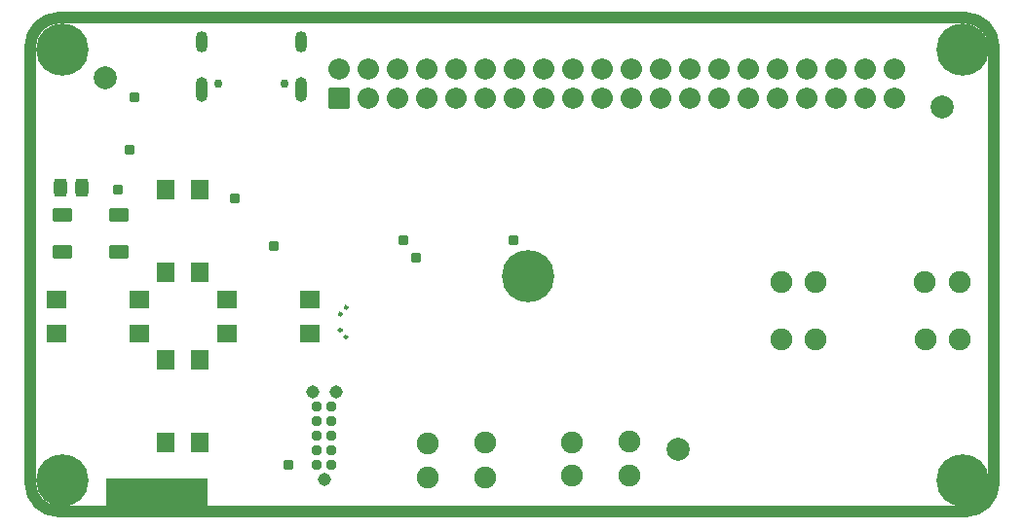
<source format=gbr>
%TF.GenerationSoftware,KiCad,Pcbnew,(6.0.6)*%
%TF.CreationDate,2022-07-15T17:58:13+10:00*%
%TF.ProjectId,SolderingInduction,536f6c64-6572-4696-9e67-496e64756374,1.0.0*%
%TF.SameCoordinates,PX8f0d180PY8f0d180*%
%TF.FileFunction,Soldermask,Top*%
%TF.FilePolarity,Negative*%
%FSLAX46Y46*%
G04 Gerber Fmt 4.6, Leading zero omitted, Abs format (unit mm)*
G04 Created by KiCad (PCBNEW (6.0.6)) date 2022-07-15 17:58:13*
%MOMM*%
%LPD*%
G01*
G04 APERTURE LIST*
G04 Aperture macros list*
%AMRoundRect*
0 Rectangle with rounded corners*
0 $1 Rounding radius*
0 $2 $3 $4 $5 $6 $7 $8 $9 X,Y pos of 4 corners*
0 Add a 4 corners polygon primitive as box body*
4,1,4,$2,$3,$4,$5,$6,$7,$8,$9,$2,$3,0*
0 Add four circle primitives for the rounded corners*
1,1,$1+$1,$2,$3*
1,1,$1+$1,$4,$5*
1,1,$1+$1,$6,$7*
1,1,$1+$1,$8,$9*
0 Add four rect primitives between the rounded corners*
20,1,$1+$1,$2,$3,$4,$5,0*
20,1,$1+$1,$4,$5,$6,$7,0*
20,1,$1+$1,$6,$7,$8,$9,0*
20,1,$1+$1,$8,$9,$2,$3,0*%
G04 Aperture macros list end*
%ADD10C,1.000000*%
%ADD11C,0.228607*%
%ADD12C,4.552400*%
%ADD13C,1.902400*%
%ADD14RoundRect,0.151200X-0.300000X-0.300000X0.300000X-0.300000X0.300000X0.300000X-0.300000X0.300000X0*%
%ADD15RoundRect,0.076200X-0.800000X-0.700000X0.800000X-0.700000X0.800000X0.700000X-0.800000X0.700000X0*%
%ADD16C,2.000000*%
%ADD17RoundRect,0.326200X-0.250000X-0.475000X0.250000X-0.475000X0.250000X0.475000X-0.250000X0.475000X0*%
%ADD18RoundRect,0.076200X0.700000X-0.800000X0.700000X0.800000X-0.700000X0.800000X-0.700000X-0.800000X0*%
%ADD19RoundRect,0.076200X-0.750000X-0.500000X0.750000X-0.500000X0.750000X0.500000X-0.750000X0.500000X0*%
%ADD20RoundRect,0.151200X0.300000X-0.300000X0.300000X0.300000X-0.300000X0.300000X-0.300000X-0.300000X0*%
%ADD21C,1.143000*%
%ADD22C,0.939800*%
%ADD23RoundRect,0.076200X0.850000X-0.850000X0.850000X0.850000X-0.850000X0.850000X-0.850000X-0.850000X0*%
%ADD24O,1.852400X1.852400*%
%ADD25C,0.752400*%
%ADD26O,1.052400X2.152400*%
%ADD27O,1.052400X1.852400*%
G04 APERTURE END LIST*
D10*
X-43250000Y-18000000D02*
G75*
G03*
X-40750000Y-20500000I2500000J0D01*
G01*
X38000000Y-20500000D02*
G75*
G03*
X40500000Y-18000000I0J2500000D01*
G01*
X-40750000Y22500000D02*
G75*
G03*
X-43250000Y20000000I0J-2500000D01*
G01*
X-40750000Y22500000D02*
X38000000Y22500000D01*
X40500000Y20000000D02*
X40500000Y-18000000D01*
X38000000Y-20500000D02*
X-40750000Y-20500000D01*
X-43250000Y-18000000D02*
X-43250000Y20000000D01*
X40500000Y20000000D02*
G75*
G03*
X38000000Y22500000I-2500000J0D01*
G01*
D11*
X-15687097Y-5297476D02*
G75*
G03*
X-15687097Y-5297476I-114303J0D01*
G01*
X-16186645Y-3298983D02*
G75*
G03*
X-16186645Y-3298983I-114303J0D01*
G01*
X-15683613Y-2703439D02*
G75*
G03*
X-15683613Y-2703439I-114303J0D01*
G01*
G36*
X-36600000Y-20500000D02*
G01*
X-27800000Y-20500000D01*
X-27800000Y-17600000D01*
X-36600000Y-17600000D01*
X-36600000Y-20500000D01*
G37*
X-16182313Y-4700540D02*
G75*
G03*
X-16182313Y-4700540I-114303J0D01*
G01*
D12*
%TO.C,H2*%
X37750000Y19750000D03*
%TD*%
D13*
%TO.C,SW8*%
X34550000Y-5500000D03*
X34500000Y-500000D03*
X37500000Y-500000D03*
X37500000Y-5500000D03*
%TD*%
D14*
%TO.C,TP3*%
X-10800000Y3100000D03*
%TD*%
D12*
%TO.C,H4*%
X-40475000Y-17750000D03*
%TD*%
%TO.C,H3*%
X0Y0D03*
%TD*%
D13*
%TO.C,SW7*%
X22050000Y-5500000D03*
X22000000Y-500000D03*
X25000000Y-500000D03*
X25000000Y-5500000D03*
%TD*%
D15*
%TO.C,SW1*%
X-33800000Y-2000000D03*
X-41000000Y-2000000D03*
X-33800000Y-5000000D03*
X-41000000Y-5000000D03*
%TD*%
D16*
%TO.C,FID2*%
X13100000Y-15100000D03*
%TD*%
D14*
%TO.C,TP12*%
X-1280000Y3090000D03*
%TD*%
D17*
%TO.C,C1*%
X-40650000Y7700000D03*
X-38750000Y7700000D03*
%TD*%
D12*
%TO.C,H5*%
X37750000Y-17750000D03*
%TD*%
D14*
%TO.C,TP11*%
X-25500000Y6800000D03*
%TD*%
D13*
%TO.C,SW6*%
X3800000Y-14450000D03*
X8800000Y-14400000D03*
X8800000Y-17400000D03*
X3800000Y-17400000D03*
%TD*%
D18*
%TO.C,SW2*%
X-31500000Y7550000D03*
X-31500000Y350000D03*
X-28500000Y7550000D03*
X-28500000Y350000D03*
%TD*%
D19*
%TO.C,LED1*%
X-40450000Y5300000D03*
X-40450000Y2100000D03*
X-35550000Y2100000D03*
X-35550000Y5300000D03*
%TD*%
D12*
%TO.C,H1*%
X-40475000Y19750000D03*
%TD*%
D14*
%TO.C,TP5*%
X-35600000Y7500000D03*
%TD*%
%TO.C,TP2*%
X-20800000Y-16400000D03*
%TD*%
D18*
%TO.C,SW3*%
X-31500000Y-7300000D03*
X-31500000Y-14500000D03*
X-28500000Y-7300000D03*
X-28500000Y-14500000D03*
%TD*%
D20*
%TO.C,TP1*%
X-9700000Y1600000D03*
%TD*%
D16*
%TO.C,FID1*%
X36000000Y14750000D03*
%TD*%
D15*
%TO.C,SW4*%
X-18950000Y-2000000D03*
X-26150000Y-2000000D03*
X-18950000Y-5000000D03*
X-26150000Y-5000000D03*
%TD*%
D14*
%TO.C,TP9*%
X-22100000Y2600000D03*
%TD*%
%TO.C,TP10*%
X-34600000Y11000000D03*
%TD*%
D21*
%TO.C,J2*%
X-16684000Y-10090000D03*
X-18716000Y-10090000D03*
X-17700000Y-17710000D03*
D22*
X-17064384Y-16439401D03*
X-17065000Y-15170000D03*
X-17064384Y-13899401D03*
X-17064384Y-12629401D03*
X-17065000Y-11360000D03*
X-18335000Y-11360000D03*
X-18334384Y-12629401D03*
X-18334384Y-13899401D03*
X-18334384Y-15169401D03*
X-18335000Y-16440000D03*
%TD*%
D14*
%TO.C,TP8*%
X-34180000Y15590000D03*
%TD*%
D16*
%TO.C,FID3*%
X-36750000Y17250000D03*
%TD*%
D23*
%TO.C,J3*%
X-16425000Y15525000D03*
D24*
X-16425000Y18065000D03*
X-13885000Y15525000D03*
X-13885000Y18065000D03*
X-11345000Y15525000D03*
X-11345000Y18065000D03*
X-8805000Y15525000D03*
X-8805000Y18065000D03*
X-6265000Y15525000D03*
X-6265000Y18065000D03*
X-3725000Y15525000D03*
X-3725000Y18065000D03*
X-1185000Y15525000D03*
X-1185000Y18065000D03*
X1355000Y15525000D03*
X1355000Y18065000D03*
X3895000Y15525000D03*
X3895000Y18065000D03*
X6435000Y15525000D03*
X6435000Y18065000D03*
X8975000Y15525000D03*
X8975000Y18065000D03*
X11515000Y15525000D03*
X11515000Y18065000D03*
X14055000Y15525000D03*
X14055000Y18065000D03*
X16595000Y15525000D03*
X16595000Y18065000D03*
X19135000Y15525000D03*
X19135000Y18065000D03*
X21675000Y15525000D03*
X21675000Y18065000D03*
X24215000Y15525000D03*
X24215000Y18065000D03*
X26755000Y15525000D03*
X26755000Y18065000D03*
X29295000Y15525000D03*
X29295000Y18065000D03*
X31835000Y15525000D03*
X31835000Y18065000D03*
%TD*%
D13*
%TO.C,SW5*%
X-8700000Y-14550000D03*
X-3700000Y-14500000D03*
X-3700000Y-17500000D03*
X-8700000Y-17500000D03*
%TD*%
D25*
%TO.C,J1*%
X-26890000Y16725000D03*
X-21110000Y16725000D03*
D26*
X-28320000Y16245000D03*
D27*
X-28320000Y20415000D03*
D26*
X-19680000Y16245000D03*
D27*
X-19680000Y20415000D03*
%TD*%
M02*

</source>
